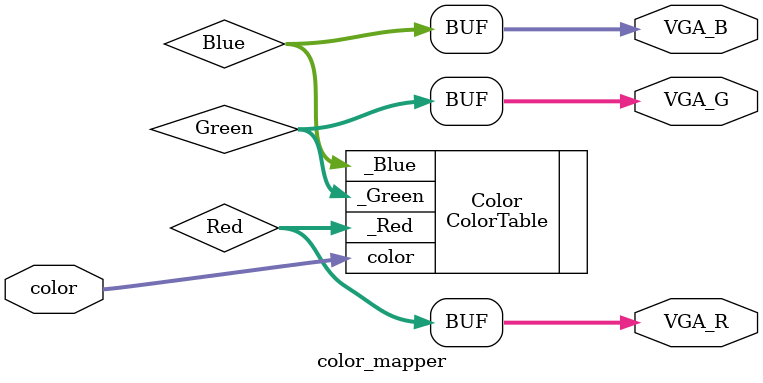
<source format=sv>


module  color_mapper ( input [7:0] color,
							  output logic [7:0] VGA_R, VGA_G, VGA_B // VGA RGB output
                     );
    
    
    //logic sprite_on, rocket_on, monster_on, destroy_on;
    logic [7:0] Red, Green, Blue;//, spriteRed, spriteBlue, spriteGreen, sprite;
    
    assign VGA_R = Red;
    assign VGA_G = Green;
    assign VGA_B = Blue;

	 ColorTable 	Color	(
				.color(color),
				._Red(Red),
				._Green(Green),
				._Blue(Blue)
	);


endmodule

</source>
